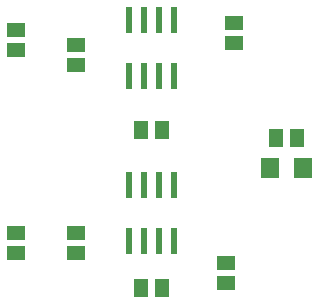
<source format=gtp>
G75*
%MOIN*%
%OFA0B0*%
%FSLAX24Y24*%
%IPPOS*%
%LPD*%
%AMOC8*
5,1,8,0,0,1.08239X$1,22.5*
%
%ADD10R,0.0630X0.0709*%
%ADD11R,0.0220X0.0860*%
%ADD12R,0.0591X0.0512*%
%ADD13R,0.0512X0.0591*%
D10*
X010032Y008833D03*
X011135Y008833D03*
D11*
X006833Y008263D03*
X006333Y008263D03*
X005833Y008263D03*
X005333Y008263D03*
X005333Y006403D03*
X005833Y006403D03*
X006333Y006403D03*
X006833Y006403D03*
X006833Y011903D03*
X006333Y011903D03*
X005833Y011903D03*
X005333Y011903D03*
X005333Y013763D03*
X005833Y013763D03*
X006333Y013763D03*
X006833Y013763D03*
D12*
X008833Y013668D03*
X008833Y012999D03*
X003583Y012918D03*
X003583Y012249D03*
X001583Y012749D03*
X001583Y013418D03*
X001583Y006668D03*
X001583Y005999D03*
X003583Y005999D03*
X003583Y006668D03*
X008583Y005668D03*
X008583Y004999D03*
D13*
X005749Y004833D03*
X006418Y004833D03*
X010249Y009833D03*
X010918Y009833D03*
X006418Y010083D03*
X005749Y010083D03*
M02*

</source>
